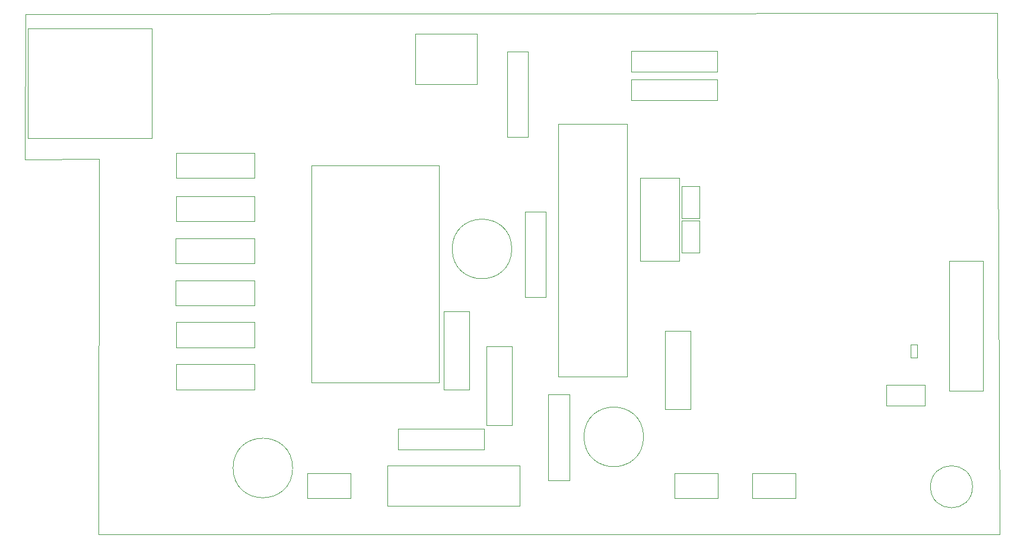
<source format=gbr>
%TF.GenerationSoftware,KiCad,Pcbnew,7.0.9*%
%TF.CreationDate,2023-12-29T10:55:07+07:00*%
%TF.ProjectId,incuTester,696e6375-5465-4737-9465-722e6b696361,rev?*%
%TF.SameCoordinates,Original*%
%TF.FileFunction,Other,User*%
%FSLAX46Y46*%
G04 Gerber Fmt 4.6, Leading zero omitted, Abs format (unit mm)*
G04 Created by KiCad (PCBNEW 7.0.9) date 2023-12-29 10:55:07*
%MOMM*%
%LPD*%
G01*
G04 APERTURE LIST*
%ADD10C,0.050000*%
%TA.AperFunction,Profile*%
%ADD11C,0.100000*%
%TD*%
G04 APERTURE END LIST*
D10*
%TO.C,U3*%
X146640000Y-72180000D02*
X146640000Y-64980000D01*
X146640000Y-64980000D02*
X137840000Y-64980000D01*
X137840000Y-72180000D02*
X146640000Y-72180000D01*
X137840000Y-64980000D02*
X137840000Y-72180000D01*
%TO.C,R5*%
X153440000Y-102650000D02*
X156440000Y-102650000D01*
X156440000Y-102650000D02*
X156440000Y-90390000D01*
X153440000Y-90390000D02*
X153440000Y-102650000D01*
X156440000Y-90390000D02*
X153440000Y-90390000D01*
%TO.C,P2*%
X180997000Y-127740000D02*
X174847000Y-127740000D01*
X174847000Y-127740000D02*
X174847000Y-131340000D01*
X180997000Y-131340000D02*
X180997000Y-127740000D01*
X174847000Y-131340000D02*
X180997000Y-131340000D01*
%TO.C,R4*%
X159800000Y-116470000D02*
X156800000Y-116470000D01*
X156800000Y-116470000D02*
X156800000Y-128730000D01*
X159800000Y-128730000D02*
X159800000Y-116470000D01*
X156800000Y-128730000D02*
X159800000Y-128730000D01*
%TO.C,J3*%
X148000000Y-109660000D02*
X148000000Y-120860000D01*
X148000000Y-120860000D02*
X151600000Y-120860000D01*
X151600000Y-109660000D02*
X148000000Y-109660000D01*
X151600000Y-120860000D02*
X151600000Y-109660000D01*
%TO.C,R1*%
X180882000Y-70461000D02*
X180882000Y-67461000D01*
X180882000Y-67461000D02*
X168622000Y-67461000D01*
X168622000Y-70461000D02*
X180882000Y-70461000D01*
X168622000Y-67461000D02*
X168622000Y-70461000D01*
%TO.C,J1*%
X192046000Y-127740000D02*
X185896000Y-127740000D01*
X185896000Y-127740000D02*
X185896000Y-131340000D01*
X192046000Y-131340000D02*
X192046000Y-127740000D01*
X185896000Y-131340000D02*
X192046000Y-131340000D01*
%TO.C,C_Rst*%
X205050000Y-115100000D02*
X205050000Y-118100000D01*
X205050000Y-118100000D02*
X210550000Y-118100000D01*
X210550000Y-115100000D02*
X205050000Y-115100000D01*
X210550000Y-118100000D02*
X210550000Y-115100000D01*
%TO.C,J7*%
X114820000Y-94200000D02*
X103620000Y-94200000D01*
X103620000Y-94200000D02*
X103620000Y-97800000D01*
X114820000Y-97800000D02*
X114820000Y-94200000D01*
X103620000Y-97800000D02*
X114820000Y-97800000D01*
%TO.C,J9*%
X114880000Y-106200000D02*
X103680000Y-106200000D01*
X103680000Y-106200000D02*
X103680000Y-109800000D01*
X114880000Y-109800000D02*
X114880000Y-106200000D01*
X103680000Y-109800000D02*
X114880000Y-109800000D01*
%TO.C,U4*%
X141200000Y-114831000D02*
X141200000Y-83781000D01*
X141200000Y-83781000D02*
X123000000Y-83781000D01*
X123000000Y-114831000D02*
X141200000Y-114831000D01*
X123000000Y-83781000D02*
X123000000Y-114831000D01*
%TO.C,U2*%
X168004000Y-113966000D02*
X168004000Y-77866000D01*
X168004000Y-77866000D02*
X158204000Y-77866000D01*
X158204000Y-113966000D02*
X168004000Y-113966000D01*
X158204000Y-77866000D02*
X158204000Y-113966000D01*
%TO.C,R0*%
X208480000Y-111220000D02*
X208480000Y-109360000D01*
X209420000Y-111220000D02*
X208480000Y-111220000D01*
X208480000Y-109360000D02*
X209420000Y-109360000D01*
X209420000Y-109360000D02*
X209420000Y-111220000D01*
%TO.C,C1*%
X151570000Y-95730000D02*
G75*
G03*
X151570000Y-95730000I-4250000J0D01*
G01*
%TO.C,J2*%
X173460000Y-107420000D02*
X173460000Y-118620000D01*
X173460000Y-118620000D02*
X177060000Y-118620000D01*
X177060000Y-107420000D02*
X173460000Y-107420000D01*
X177060000Y-118620000D02*
X177060000Y-107420000D01*
%TO.C,P1*%
X128546000Y-127740000D02*
X122396000Y-127740000D01*
X122396000Y-127740000D02*
X122396000Y-131340000D01*
X128546000Y-131340000D02*
X128546000Y-127740000D01*
X122396000Y-131340000D02*
X128546000Y-131340000D01*
%TO.C,J5*%
X114880000Y-82020000D02*
X103680000Y-82020000D01*
X103680000Y-82020000D02*
X103680000Y-85620000D01*
X114880000Y-85620000D02*
X114880000Y-82020000D01*
X103680000Y-85620000D02*
X114880000Y-85620000D01*
%TO.C,D1*%
X152726000Y-132390000D02*
X152726000Y-126690000D01*
X152726000Y-126690000D02*
X133786000Y-126690000D01*
X133786000Y-132390000D02*
X152726000Y-132390000D01*
X133786000Y-126690000D02*
X133786000Y-132390000D01*
%TO.C,J10*%
X114880000Y-112200000D02*
X103680000Y-112200000D01*
X103680000Y-112200000D02*
X103680000Y-115800000D01*
X114880000Y-115800000D02*
X114880000Y-112200000D01*
X103680000Y-115800000D02*
X114880000Y-115800000D01*
%TO.C,J8*%
X114820000Y-100200000D02*
X103620000Y-100200000D01*
X103620000Y-100200000D02*
X103620000Y-103800000D01*
X114820000Y-103800000D02*
X114820000Y-100200000D01*
X103620000Y-103800000D02*
X114820000Y-103800000D01*
%TO.C,REF\u002A\u002A*%
X217330000Y-129680000D02*
G75*
G03*
X217330000Y-129680000I-3000000J0D01*
G01*
%TO.C,R2*%
X150900000Y-79790000D02*
X153900000Y-79790000D01*
X153900000Y-79790000D02*
X153900000Y-67530000D01*
X150900000Y-67530000D02*
X150900000Y-79790000D01*
X153900000Y-67530000D02*
X150900000Y-67530000D01*
%TO.C,R6*%
X180882000Y-74525000D02*
X180882000Y-71525000D01*
X180882000Y-71525000D02*
X168622000Y-71525000D01*
X168622000Y-74525000D02*
X180882000Y-74525000D01*
X168622000Y-71525000D02*
X168622000Y-74525000D01*
%TO.C,C3*%
X120300000Y-127000000D02*
G75*
G03*
X120300000Y-127000000I-4250000J0D01*
G01*
%TO.C,C5*%
X178350000Y-86750000D02*
X175850000Y-86750000D01*
X175850000Y-86750000D02*
X175850000Y-91350000D01*
X178350000Y-91350000D02*
X178350000Y-86750000D01*
X175850000Y-91350000D02*
X178350000Y-91350000D01*
%TO.C,C4*%
X175850000Y-96250000D02*
X178350000Y-96250000D01*
X178350000Y-96250000D02*
X178350000Y-91650000D01*
X175850000Y-91650000D02*
X175850000Y-96250000D01*
X178350000Y-91650000D02*
X175850000Y-91650000D01*
%TO.C,J4*%
X100245000Y-64255000D02*
X100245000Y-79955000D01*
X82545000Y-64255000D02*
X100245000Y-64255000D01*
X100245000Y-79955000D02*
X82545000Y-79955000D01*
X82545000Y-79955000D02*
X82545000Y-64255000D01*
%TO.C,X1*%
X169920000Y-97480000D02*
X175520000Y-97480000D01*
X175520000Y-97480000D02*
X175520000Y-85580000D01*
X169920000Y-85580000D02*
X169920000Y-97480000D01*
X175520000Y-85580000D02*
X169920000Y-85580000D01*
%TO.C,i2C1*%
X145500000Y-115820000D02*
X145500000Y-104620000D01*
X145500000Y-104620000D02*
X141900000Y-104620000D01*
X141900000Y-115820000D02*
X145500000Y-115820000D01*
X141900000Y-104620000D02*
X141900000Y-115820000D01*
%TO.C,J6*%
X114880000Y-88200000D02*
X103680000Y-88200000D01*
X103680000Y-88200000D02*
X103680000Y-91800000D01*
X114880000Y-91800000D02*
X114880000Y-88200000D01*
X103680000Y-91800000D02*
X114880000Y-91800000D01*
%TO.C,C2*%
X170378000Y-122555000D02*
G75*
G03*
X170378000Y-122555000I-4250000J0D01*
G01*
%TO.C,R3*%
X147630000Y-124400000D02*
X147630000Y-121400000D01*
X147630000Y-121400000D02*
X135370000Y-121400000D01*
X135370000Y-124400000D02*
X147630000Y-124400000D01*
X135370000Y-121400000D02*
X135370000Y-124400000D01*
%TO.C,REF\u002A\u002A*%
X218800000Y-97470000D02*
X214000000Y-97470000D01*
X214000000Y-97470000D02*
X214000000Y-115970000D01*
X218800000Y-115970000D02*
X218800000Y-97470000D01*
X214000000Y-115970000D02*
X218800000Y-115970000D01*
%TD*%
D11*
X92592500Y-136510000D02*
X221175000Y-136470000D01*
X82190000Y-62250000D02*
X82070000Y-82930000D01*
X92647500Y-82850000D02*
X92592500Y-136510000D01*
X82070000Y-82930000D02*
X92647500Y-82850000D01*
X220870000Y-62090000D02*
X82190000Y-62250000D01*
X221175000Y-136470000D02*
X220870000Y-62090000D01*
M02*

</source>
